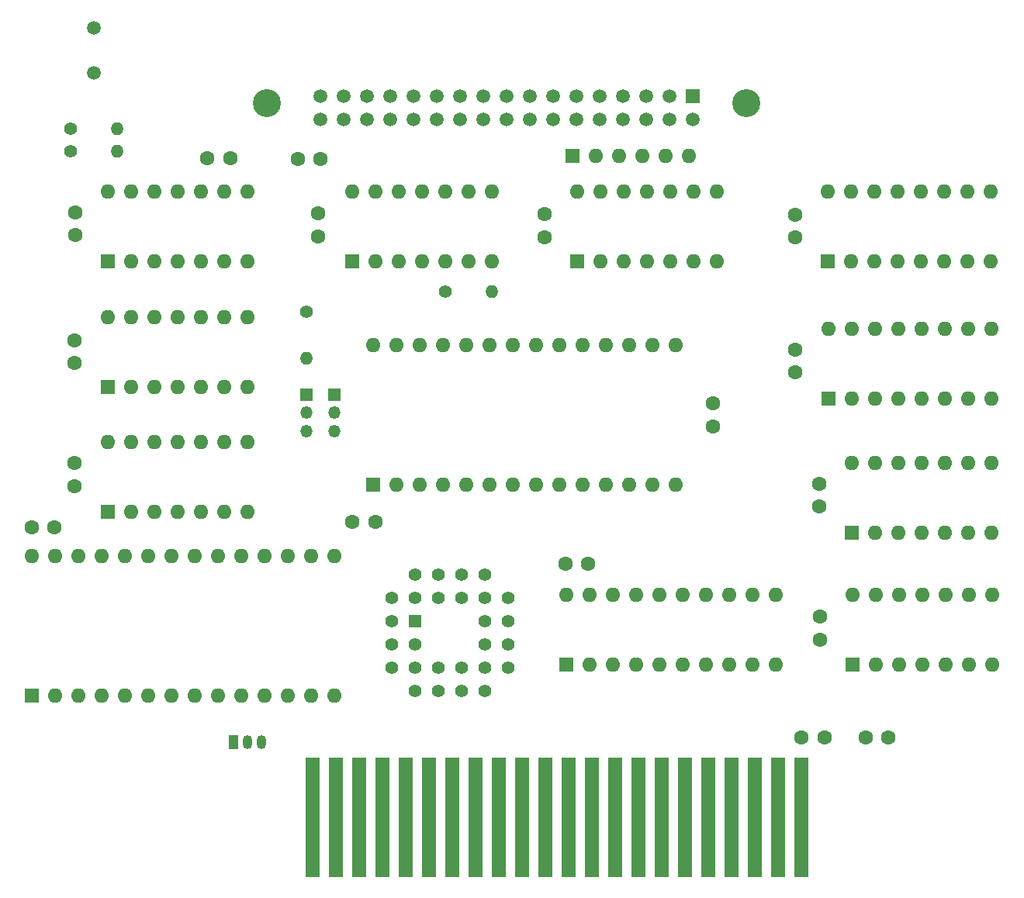
<source format=gbr>
G04 #@! TF.GenerationSoftware,KiCad,Pcbnew,(7.0.0-0)*
G04 #@! TF.CreationDate,2023-03-09T19:40:07+00:00*
G04 #@! TF.ProjectId,SFD700,53464437-3030-42e6-9b69-6361645f7063,rev?*
G04 #@! TF.SameCoordinates,Original*
G04 #@! TF.FileFunction,Soldermask,Top*
G04 #@! TF.FilePolarity,Negative*
%FSLAX46Y46*%
G04 Gerber Fmt 4.6, Leading zero omitted, Abs format (unit mm)*
G04 Created by KiCad (PCBNEW (7.0.0-0)) date 2023-03-09 19:40:07*
%MOMM*%
%LPD*%
G01*
G04 APERTURE LIST*
%ADD10R,1.600000X1.600000*%
%ADD11O,1.600000X1.600000*%
%ADD12C,1.400000*%
%ADD13O,1.400000X1.400000*%
%ADD14C,1.600000*%
%ADD15R,1.050000X1.500000*%
%ADD16O,1.050000X1.500000*%
%ADD17R,1.422400X1.422400*%
%ADD18C,1.422400*%
%ADD19R,1.350000X1.350000*%
%ADD20O,1.350000X1.350000*%
%ADD21C,3.050000*%
%ADD22C,1.520000*%
%ADD23R,1.520000X1.520000*%
%ADD24C,1.500000*%
%ADD25R,1.500000X13.000000*%
G04 APERTURE END LIST*
D10*
X194974999Y-107069999D03*
D11*
X197514999Y-107069999D03*
X200054999Y-107069999D03*
X202594999Y-107069999D03*
X205134999Y-107069999D03*
X207674999Y-107069999D03*
X210214999Y-107069999D03*
X210214999Y-99449999D03*
X207674999Y-99449999D03*
X205134999Y-99449999D03*
X202594999Y-99449999D03*
X200054999Y-99449999D03*
X197514999Y-99449999D03*
X194974999Y-99449999D03*
D10*
X165044999Y-77499999D03*
D11*
X167584999Y-77499999D03*
X170124999Y-77499999D03*
X172664999Y-77499999D03*
X175204999Y-77499999D03*
X177744999Y-77499999D03*
X180284999Y-77499999D03*
X180284999Y-69879999D03*
X177744999Y-69879999D03*
X175204999Y-69879999D03*
X172664999Y-69879999D03*
X170124999Y-69879999D03*
X167584999Y-69879999D03*
X165044999Y-69879999D03*
D10*
X113799999Y-77449999D03*
D11*
X116339999Y-77449999D03*
X118879999Y-77449999D03*
X121419999Y-77449999D03*
X123959999Y-77449999D03*
X126499999Y-77449999D03*
X129039999Y-77449999D03*
X129039999Y-69829999D03*
X126499999Y-69829999D03*
X123959999Y-69829999D03*
X121419999Y-69829999D03*
X118879999Y-69829999D03*
X116339999Y-69829999D03*
X113799999Y-69829999D03*
D10*
X113814999Y-104829999D03*
D11*
X116354999Y-104829999D03*
X118894999Y-104829999D03*
X121434999Y-104829999D03*
X123974999Y-104829999D03*
X126514999Y-104829999D03*
X129054999Y-104829999D03*
X129054999Y-97209999D03*
X126514999Y-97209999D03*
X123974999Y-97209999D03*
X121434999Y-97209999D03*
X118894999Y-97209999D03*
X116354999Y-97209999D03*
X113814999Y-97209999D03*
D10*
X140484999Y-77439999D03*
D11*
X143024999Y-77439999D03*
X145564999Y-77439999D03*
X148104999Y-77439999D03*
X150644999Y-77439999D03*
X153184999Y-77439999D03*
X155724999Y-77439999D03*
X155724999Y-69819999D03*
X153184999Y-69819999D03*
X150644999Y-69819999D03*
X148104999Y-69819999D03*
X145564999Y-69819999D03*
X143024999Y-69819999D03*
X140484999Y-69819999D03*
D10*
X113794999Y-91179999D03*
D11*
X116334999Y-91179999D03*
X118874999Y-91179999D03*
X121414999Y-91179999D03*
X123954999Y-91179999D03*
X126494999Y-91179999D03*
X129034999Y-91179999D03*
X129034999Y-83559999D03*
X126494999Y-83559999D03*
X123954999Y-83559999D03*
X121414999Y-83559999D03*
X118874999Y-83559999D03*
X116334999Y-83559999D03*
X113794999Y-83559999D03*
D10*
X195104999Y-121499999D03*
D11*
X197644999Y-121499999D03*
X200184999Y-121499999D03*
X202724999Y-121499999D03*
X205264999Y-121499999D03*
X207804999Y-121499999D03*
X210344999Y-121499999D03*
X210344999Y-113879999D03*
X207804999Y-113879999D03*
X205264999Y-113879999D03*
X202724999Y-113879999D03*
X200184999Y-113879999D03*
X197644999Y-113879999D03*
X195104999Y-113879999D03*
D10*
X164559999Y-65979999D03*
D11*
X167099999Y-65979999D03*
X169639999Y-65979999D03*
X172179999Y-65979999D03*
X174719999Y-65979999D03*
X177259999Y-65979999D03*
D12*
X135500000Y-82960000D03*
D13*
X135499999Y-88039999D03*
D12*
X109760000Y-62990000D03*
D13*
X114839999Y-62989999D03*
D12*
X109730000Y-65440000D03*
D13*
X114809999Y-65439999D03*
D12*
X150622000Y-80772000D03*
D13*
X155701999Y-80771999D03*
D14*
X124680000Y-66230000D03*
X127180000Y-66230000D03*
X134530000Y-66340000D03*
X137030000Y-66340000D03*
X161490000Y-74820000D03*
X161490000Y-72320000D03*
X110236000Y-72136000D03*
X110236000Y-74636000D03*
X142982000Y-105918000D03*
X140482000Y-105918000D03*
X110130000Y-99520000D03*
X110130000Y-102020000D03*
X136730000Y-72270000D03*
X136730000Y-74770000D03*
X110140000Y-86106000D03*
X110140000Y-88606000D03*
X179832000Y-95484000D03*
X179832000Y-92984000D03*
X108000000Y-106500000D03*
X105500000Y-106500000D03*
X166250000Y-110500000D03*
X163750000Y-110500000D03*
X191500000Y-118770000D03*
X191500000Y-116270000D03*
X188800000Y-72360000D03*
X188800000Y-74860000D03*
X188860000Y-89600000D03*
X188860000Y-87100000D03*
X191480000Y-101770000D03*
X191480000Y-104270000D03*
X189500000Y-129500000D03*
X192000000Y-129500000D03*
D10*
X192379999Y-77459999D03*
D11*
X194919999Y-77459999D03*
X197459999Y-77459999D03*
X199999999Y-77459999D03*
X202539999Y-77459999D03*
X205079999Y-77459999D03*
X207619999Y-77459999D03*
X210159999Y-77459999D03*
X210159999Y-69839999D03*
X207619999Y-69839999D03*
X205079999Y-69839999D03*
X202539999Y-69839999D03*
X199999999Y-69839999D03*
X197459999Y-69839999D03*
X194919999Y-69839999D03*
X192379999Y-69839999D03*
D10*
X142757999Y-101858999D03*
D11*
X145297999Y-101858999D03*
X147837999Y-101858999D03*
X150377999Y-101858999D03*
X152917999Y-101858999D03*
X155457999Y-101858999D03*
X157997999Y-101858999D03*
X160537999Y-101858999D03*
X163077999Y-101858999D03*
X165617999Y-101858999D03*
X168157999Y-101858999D03*
X170697999Y-101858999D03*
X173237999Y-101858999D03*
X175777999Y-101858999D03*
X175777999Y-86618999D03*
X173237999Y-86618999D03*
X170697999Y-86618999D03*
X168157999Y-86618999D03*
X165617999Y-86618999D03*
X163077999Y-86618999D03*
X160537999Y-86618999D03*
X157997999Y-86618999D03*
X155457999Y-86618999D03*
X152917999Y-86618999D03*
X150377999Y-86618999D03*
X147837999Y-86618999D03*
X145297999Y-86618999D03*
X142757999Y-86618999D03*
D10*
X192464999Y-92459999D03*
D11*
X195004999Y-92459999D03*
X197544999Y-92459999D03*
X200084999Y-92459999D03*
X202624999Y-92459999D03*
X205164999Y-92459999D03*
X207704999Y-92459999D03*
X210244999Y-92459999D03*
X210244999Y-84839999D03*
X207704999Y-84839999D03*
X205164999Y-84839999D03*
X202624999Y-84839999D03*
X200084999Y-84839999D03*
X197544999Y-84839999D03*
X195004999Y-84839999D03*
X192464999Y-84839999D03*
D15*
X127507999Y-129999999D03*
D16*
X129031999Y-129999999D03*
X130606799Y-129999999D03*
D14*
X196500000Y-129500000D03*
X199000000Y-129500000D03*
D17*
X147339999Y-116749999D03*
D18*
X144800000Y-119290000D03*
X147340000Y-119290000D03*
X144800000Y-121830000D03*
X147340000Y-124370000D03*
X147340000Y-121830000D03*
X149880000Y-124370000D03*
X149880000Y-121830000D03*
X152420000Y-124370000D03*
X152420000Y-121830000D03*
X154960000Y-124370000D03*
X157500000Y-121830000D03*
X154960000Y-121830000D03*
X157500000Y-119290000D03*
X154960000Y-119290000D03*
X157500000Y-116750000D03*
X154960000Y-116750000D03*
X157500000Y-114210000D03*
X154960000Y-111670000D03*
X154960000Y-114210000D03*
X152420000Y-111670000D03*
X152420000Y-114210000D03*
X149880000Y-111670000D03*
X149880000Y-114210000D03*
X147340000Y-111670000D03*
X144800000Y-114210000D03*
X147340000Y-114210000D03*
X144800000Y-116750000D03*
D10*
X105499999Y-124874999D03*
D11*
X108039999Y-124874999D03*
X110579999Y-124874999D03*
X113119999Y-124874999D03*
X115659999Y-124874999D03*
X118199999Y-124874999D03*
X120739999Y-124874999D03*
X123279999Y-124874999D03*
X125819999Y-124874999D03*
X128359999Y-124874999D03*
X130899999Y-124874999D03*
X133439999Y-124874999D03*
X135979999Y-124874999D03*
X138519999Y-124874999D03*
X138519999Y-109634999D03*
X135979999Y-109634999D03*
X133439999Y-109634999D03*
X130899999Y-109634999D03*
X128359999Y-109634999D03*
X125819999Y-109634999D03*
X123279999Y-109634999D03*
X120739999Y-109634999D03*
X118199999Y-109634999D03*
X115659999Y-109634999D03*
X113119999Y-109634999D03*
X110579999Y-109634999D03*
X108039999Y-109634999D03*
X105499999Y-109634999D03*
D19*
X135499999Y-91999999D03*
D20*
X135499999Y-93999999D03*
X135499999Y-95999999D03*
D21*
X131160000Y-60220000D03*
X183480000Y-60220000D03*
D22*
X137000000Y-62000000D03*
X137000000Y-59460000D03*
X139540000Y-62000000D03*
X139540000Y-59460000D03*
X142080000Y-62000000D03*
X142080000Y-59460000D03*
X144620000Y-62000000D03*
X144620000Y-59460000D03*
X147160000Y-62000000D03*
X147160000Y-59460000D03*
X149700000Y-62000000D03*
X149700000Y-59460000D03*
X152240000Y-62000000D03*
X152240000Y-59460000D03*
X154780000Y-62000000D03*
X154780000Y-59460000D03*
X157320000Y-62000000D03*
X157320000Y-59460000D03*
X159860000Y-62000000D03*
X159860000Y-59460000D03*
X162400000Y-62000000D03*
X162400000Y-59460000D03*
X164940000Y-62000000D03*
X164940000Y-59460000D03*
X167480000Y-62000000D03*
X167480000Y-59460000D03*
X170020000Y-62000000D03*
X170020000Y-59460000D03*
X172560000Y-62000000D03*
X172560000Y-59460000D03*
X175100000Y-62000000D03*
X175100000Y-59460000D03*
X177640000Y-62000000D03*
D23*
X177639999Y-59459999D03*
D24*
X112268000Y-56896000D03*
X112268000Y-51996000D03*
D25*
X189469999Y-138153199D03*
X186929999Y-138153199D03*
X184389999Y-138153199D03*
X181849999Y-138153199D03*
X179309999Y-138153199D03*
X176769999Y-138153199D03*
X174229999Y-138153199D03*
X171689999Y-138153199D03*
X169149999Y-138153199D03*
X166609999Y-138153199D03*
X164069999Y-138153199D03*
X161529999Y-138153199D03*
X158989999Y-138153199D03*
X156449999Y-138153199D03*
X153909999Y-138153199D03*
X151369999Y-138153199D03*
X148829999Y-138153199D03*
X146289999Y-138153199D03*
X143749999Y-138153199D03*
X141209999Y-138153199D03*
X138669999Y-138153199D03*
X136129999Y-138153199D03*
D19*
X138499999Y-91999999D03*
D20*
X138499999Y-93999999D03*
X138499999Y-95999999D03*
D10*
X163844999Y-121539999D03*
D11*
X166384999Y-121539999D03*
X168924999Y-121539999D03*
X171464999Y-121539999D03*
X174004999Y-121539999D03*
X176544999Y-121539999D03*
X179084999Y-121539999D03*
X181624999Y-121539999D03*
X184164999Y-121539999D03*
X186704999Y-121539999D03*
X186704999Y-113919999D03*
X184164999Y-113919999D03*
X181624999Y-113919999D03*
X179084999Y-113919999D03*
X176544999Y-113919999D03*
X174004999Y-113919999D03*
X171464999Y-113919999D03*
X168924999Y-113919999D03*
X166384999Y-113919999D03*
X163844999Y-113919999D03*
M02*

</source>
